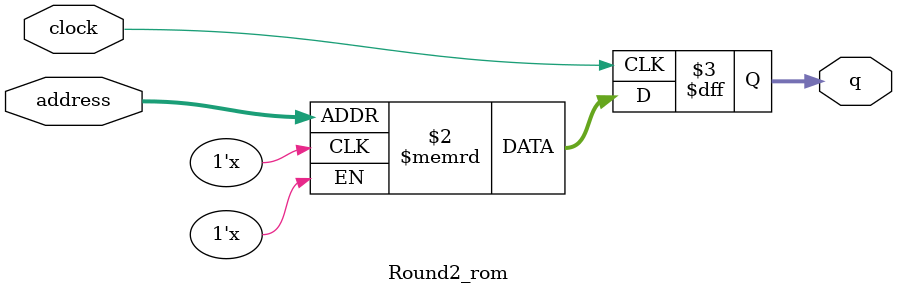
<source format=sv>
module Round2_rom (
	input logic clock,
	input logic [7:0] address,
	output logic [3:0] q
);

logic [3:0] memory [0:255] /* synthesis ram_init_file = "./Round2/Round2.mif" */;

always_ff @ (posedge clock) begin
	q <= memory[address];
end

endmodule

</source>
